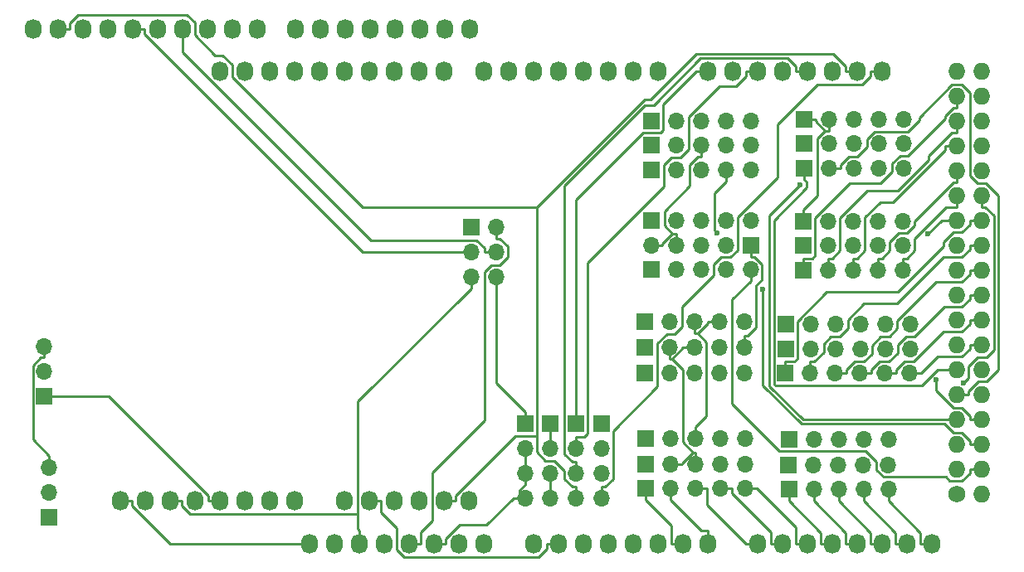
<source format=gbr>
G04 #@! TF.FileFunction,Copper,L2,Bot,Signal*
%FSLAX46Y46*%
G04 Gerber Fmt 4.6, Leading zero omitted, Abs format (unit mm)*
G04 Created by KiCad (PCBNEW 4.0.6) date 06/14/17 17:04:03*
%MOMM*%
%LPD*%
G01*
G04 APERTURE LIST*
%ADD10C,0.100000*%
%ADD11C,1.727200*%
%ADD12O,1.727200X1.727200*%
%ADD13O,1.727200X2.032000*%
%ADD14R,1.700000X1.700000*%
%ADD15O,1.700000X1.700000*%
%ADD16C,0.600000*%
%ADD17C,0.250000*%
G04 APERTURE END LIST*
D10*
D11*
X197358000Y-114046000D03*
D12*
X199898000Y-114046000D03*
X197358000Y-111506000D03*
X199898000Y-111506000D03*
X197358000Y-108966000D03*
X199898000Y-108966000D03*
X197358000Y-106426000D03*
X199898000Y-106426000D03*
X197358000Y-103886000D03*
X199898000Y-103886000D03*
X197358000Y-101346000D03*
X199898000Y-101346000D03*
X197358000Y-98806000D03*
X199898000Y-98806000D03*
X197358000Y-96266000D03*
X199898000Y-96266000D03*
X197358000Y-93726000D03*
X199898000Y-93726000D03*
X197358000Y-91186000D03*
X199898000Y-91186000D03*
X197358000Y-88646000D03*
X199898000Y-88646000D03*
X197358000Y-86106000D03*
X199898000Y-86106000D03*
X197358000Y-83566000D03*
X199898000Y-83566000D03*
X197358000Y-81026000D03*
X199898000Y-81026000D03*
X197358000Y-78486000D03*
X199898000Y-78486000D03*
X197358000Y-75946000D03*
X199898000Y-75946000D03*
X197358000Y-73406000D03*
X199898000Y-73406000D03*
X197358000Y-70866000D03*
X199898000Y-70866000D03*
D13*
X131318000Y-119126000D03*
X133858000Y-119126000D03*
X136398000Y-119126000D03*
X138938000Y-119126000D03*
X141478000Y-119126000D03*
X144018000Y-119126000D03*
X146558000Y-119126000D03*
X149098000Y-119126000D03*
X154178000Y-119126000D03*
X156718000Y-119126000D03*
X159258000Y-119126000D03*
X161798000Y-119126000D03*
X164338000Y-119126000D03*
X166878000Y-119126000D03*
X169418000Y-119126000D03*
X171958000Y-119126000D03*
X177038000Y-119126000D03*
X179578000Y-119126000D03*
X182118000Y-119126000D03*
X184658000Y-119126000D03*
X187198000Y-119126000D03*
X189738000Y-119126000D03*
X192278000Y-119126000D03*
X194818000Y-119126000D03*
X122174000Y-70866000D03*
X124714000Y-70866000D03*
X127254000Y-70866000D03*
X129794000Y-70866000D03*
X132334000Y-70866000D03*
X134874000Y-70866000D03*
X137414000Y-70866000D03*
X139954000Y-70866000D03*
X142494000Y-70866000D03*
X145034000Y-70866000D03*
X149098000Y-70866000D03*
X151638000Y-70866000D03*
X154178000Y-70866000D03*
X156718000Y-70866000D03*
X159258000Y-70866000D03*
X161798000Y-70866000D03*
X164338000Y-70866000D03*
X166878000Y-70866000D03*
X171958000Y-70866000D03*
X174498000Y-70866000D03*
X177038000Y-70866000D03*
X179578000Y-70866000D03*
X182118000Y-70866000D03*
X184658000Y-70866000D03*
X187198000Y-70866000D03*
X189738000Y-70866000D03*
X112020000Y-114700000D03*
X114560000Y-114700000D03*
X117100000Y-114700000D03*
X119640000Y-114700000D03*
X122180000Y-114700000D03*
X124720000Y-114700000D03*
X127260000Y-114700000D03*
X129800000Y-114700000D03*
X134900000Y-114700000D03*
X137440000Y-114700000D03*
X139980000Y-114700000D03*
X142520000Y-114700000D03*
X145060000Y-114700000D03*
X147600000Y-114700000D03*
X103080000Y-66500000D03*
X105620000Y-66500000D03*
X108160000Y-66500000D03*
X110700000Y-66500000D03*
X113240000Y-66500000D03*
X115780000Y-66500000D03*
X118320000Y-66500000D03*
X120860000Y-66500000D03*
X123400000Y-66500000D03*
X125940000Y-66500000D03*
X129860000Y-66500000D03*
X132400000Y-66500000D03*
X134940000Y-66500000D03*
X137480000Y-66500000D03*
X140020000Y-66500000D03*
X142560000Y-66500000D03*
X145100000Y-66500000D03*
X147640000Y-66500000D03*
D14*
X165610000Y-113450000D03*
D15*
X168150000Y-113450000D03*
X170690000Y-113450000D03*
X173230000Y-113450000D03*
X175770000Y-113450000D03*
D14*
X180210000Y-113550000D03*
D15*
X182750000Y-113550000D03*
X185290000Y-113550000D03*
X187830000Y-113550000D03*
X190370000Y-113550000D03*
D14*
X165480000Y-101650000D03*
D15*
X168020000Y-101650000D03*
X170560000Y-101650000D03*
X173100000Y-101650000D03*
X175640000Y-101650000D03*
D14*
X179860000Y-101700000D03*
D15*
X182400000Y-101700000D03*
X184940000Y-101700000D03*
X187480000Y-101700000D03*
X190020000Y-101700000D03*
X192560000Y-101700000D03*
D14*
X166150000Y-91100000D03*
D15*
X168690000Y-91100000D03*
X171230000Y-91100000D03*
X173770000Y-91100000D03*
X176310000Y-91100000D03*
D14*
X181720000Y-91150000D03*
D15*
X184260000Y-91150000D03*
X186800000Y-91150000D03*
X189340000Y-91150000D03*
X191880000Y-91150000D03*
D14*
X166200000Y-80900000D03*
D15*
X168740000Y-80900000D03*
X171280000Y-80900000D03*
X173820000Y-80900000D03*
X176360000Y-80900000D03*
D14*
X181810000Y-80750000D03*
D15*
X184350000Y-80750000D03*
X186890000Y-80750000D03*
X189430000Y-80750000D03*
X191970000Y-80750000D03*
D14*
X165590000Y-110950000D03*
D15*
X168130000Y-110950000D03*
X170670000Y-110950000D03*
X173210000Y-110950000D03*
X175750000Y-110950000D03*
D14*
X180190000Y-111050000D03*
D15*
X182730000Y-111050000D03*
X185270000Y-111050000D03*
X187810000Y-111050000D03*
X190350000Y-111050000D03*
D14*
X165520000Y-99050000D03*
D15*
X168060000Y-99050000D03*
X170600000Y-99050000D03*
X173140000Y-99050000D03*
X175680000Y-99050000D03*
D14*
X179880000Y-99200000D03*
D15*
X182420000Y-99200000D03*
X184960000Y-99200000D03*
X187500000Y-99200000D03*
X190040000Y-99200000D03*
X192580000Y-99200000D03*
D14*
X176310000Y-88600000D03*
D15*
X173770000Y-88600000D03*
X171230000Y-88600000D03*
X168690000Y-88600000D03*
X166150000Y-88600000D03*
D14*
X181700000Y-88650000D03*
D15*
X184240000Y-88650000D03*
X186780000Y-88650000D03*
X189320000Y-88650000D03*
X191860000Y-88650000D03*
D14*
X181750000Y-78250000D03*
D15*
X184290000Y-78250000D03*
X186830000Y-78250000D03*
X189370000Y-78250000D03*
X191910000Y-78250000D03*
D14*
X166200000Y-78400000D03*
D15*
X168740000Y-78400000D03*
X171280000Y-78400000D03*
X173820000Y-78400000D03*
X176360000Y-78400000D03*
D14*
X165610000Y-108350000D03*
D15*
X168150000Y-108350000D03*
X170690000Y-108350000D03*
X173230000Y-108350000D03*
X175770000Y-108350000D03*
D14*
X180250000Y-108450000D03*
D15*
X182790000Y-108450000D03*
X185330000Y-108450000D03*
X187870000Y-108450000D03*
X190410000Y-108450000D03*
D14*
X165520000Y-96450000D03*
D15*
X168060000Y-96450000D03*
X170600000Y-96450000D03*
X173140000Y-96450000D03*
X175680000Y-96450000D03*
D14*
X179880000Y-96700000D03*
D15*
X182420000Y-96700000D03*
X184960000Y-96700000D03*
X187500000Y-96700000D03*
X190040000Y-96700000D03*
X192580000Y-96700000D03*
D14*
X166150000Y-86100000D03*
D15*
X168690000Y-86100000D03*
X171230000Y-86100000D03*
X173770000Y-86100000D03*
X176310000Y-86100000D03*
D14*
X181700000Y-86150000D03*
D15*
X184240000Y-86150000D03*
X186780000Y-86150000D03*
X189320000Y-86150000D03*
X191860000Y-86150000D03*
D14*
X181750000Y-75750000D03*
D15*
X184290000Y-75750000D03*
X186830000Y-75750000D03*
X189370000Y-75750000D03*
X191910000Y-75750000D03*
D14*
X166200000Y-75900000D03*
D15*
X168740000Y-75900000D03*
X171280000Y-75900000D03*
X173820000Y-75900000D03*
X176360000Y-75900000D03*
D14*
X104250000Y-104000000D03*
D15*
X104250000Y-101460000D03*
X104250000Y-98920000D03*
D14*
X104750000Y-116400000D03*
D15*
X104750000Y-113860000D03*
X104750000Y-111320000D03*
D14*
X147810000Y-86750000D03*
D15*
X150350000Y-86750000D03*
X147810000Y-89290000D03*
X150350000Y-89290000D03*
X147810000Y-91830000D03*
X150350000Y-91830000D03*
D14*
X153284000Y-106804000D03*
D15*
X153284000Y-109344000D03*
X153284000Y-111884000D03*
X153284000Y-114424000D03*
D14*
X155884000Y-106844000D03*
D15*
X155884000Y-109384000D03*
X155884000Y-111924000D03*
X155884000Y-114464000D03*
D14*
X158484000Y-106864000D03*
D15*
X158484000Y-109404000D03*
X158484000Y-111944000D03*
X158484000Y-114484000D03*
D14*
X161084000Y-106844000D03*
D15*
X161084000Y-109384000D03*
X161084000Y-111924000D03*
X161084000Y-114464000D03*
D16*
X194426800Y-87464300D03*
X195267800Y-102334400D03*
X177520100Y-93132900D03*
X198067000Y-102666000D03*
X172913800Y-87400000D03*
X181377000Y-82474100D03*
D17*
X153284000Y-111884000D02*
X153284000Y-109344000D01*
X170600000Y-96450000D02*
X170600000Y-97625300D01*
X170690000Y-108350000D02*
X170690000Y-107174700D01*
X144018000Y-119126000D02*
X145206900Y-119126000D01*
X145206900Y-118605900D02*
X145206900Y-119126000D01*
X146634500Y-117178300D02*
X145206900Y-118605900D01*
X149354400Y-117178300D02*
X146634500Y-117178300D01*
X152108700Y-114424000D02*
X149354400Y-117178300D01*
X153284000Y-114424000D02*
X152696400Y-114424000D01*
X152696400Y-114424000D02*
X152108700Y-114424000D01*
X152696400Y-113646900D02*
X153284000Y-113059300D01*
X152696400Y-114424000D02*
X152696400Y-113646900D01*
X153284000Y-111884000D02*
X153284000Y-113059300D01*
X173140000Y-96450000D02*
X171964700Y-96450000D01*
X171964700Y-96554400D02*
X171964700Y-96450000D01*
X170893800Y-97625300D02*
X171964700Y-96554400D01*
X170600000Y-97625300D02*
X170893800Y-97625300D01*
X171794600Y-106070100D02*
X170690000Y-107174700D01*
X171794600Y-98526100D02*
X171794600Y-106070100D01*
X170893800Y-97625300D02*
X171794600Y-98526100D01*
X181700000Y-86150000D02*
X181700000Y-84974700D01*
X184290000Y-75750000D02*
X184290000Y-76925300D01*
X181750000Y-75750000D02*
X182925300Y-75750000D01*
X182925300Y-75928000D02*
X182925300Y-75750000D01*
X183922600Y-76925300D02*
X182925300Y-75928000D01*
X183114700Y-77733200D02*
X183922600Y-76925300D01*
X183114700Y-83560000D02*
X183114700Y-77733200D01*
X181700000Y-84974700D02*
X183114700Y-83560000D01*
X183922600Y-76925300D02*
X184290000Y-76925300D01*
X150350000Y-102694700D02*
X150350000Y-91830000D01*
X153284000Y-105628700D02*
X150350000Y-102694700D01*
X153284000Y-106804000D02*
X153284000Y-105628700D01*
X196243400Y-84754900D02*
X197358000Y-84754900D01*
X193055300Y-87943000D02*
X196243400Y-84754900D01*
X193055300Y-89166800D02*
X193055300Y-87943000D01*
X192247400Y-89974700D02*
X193055300Y-89166800D01*
X191880000Y-89974700D02*
X192247400Y-89974700D01*
X191880000Y-91150000D02*
X191880000Y-89974700D01*
X197358000Y-83566000D02*
X197358000Y-84754900D01*
X197358000Y-86106000D02*
X196169100Y-86106000D01*
X195785100Y-86106000D02*
X194426800Y-87464300D01*
X196169100Y-86106000D02*
X195785100Y-86106000D01*
X196169100Y-78857500D02*
X196169100Y-78486000D01*
X190788300Y-84238300D02*
X196169100Y-78857500D01*
X189520800Y-84238300D02*
X190788300Y-84238300D01*
X187975300Y-85783800D02*
X189520800Y-84238300D01*
X187975300Y-89166800D02*
X187975300Y-85783800D01*
X187167400Y-89974700D02*
X187975300Y-89166800D01*
X186800000Y-89974700D02*
X187167400Y-89974700D01*
X186800000Y-91150000D02*
X186800000Y-89974700D01*
X197358000Y-78486000D02*
X196169100Y-78486000D01*
X189340000Y-91150000D02*
X189340000Y-89974700D01*
X197358000Y-81026000D02*
X197358000Y-82214900D01*
X189707400Y-89974700D02*
X189340000Y-89974700D01*
X190515300Y-89166800D02*
X189707400Y-89974700D01*
X190515300Y-88319200D02*
X190515300Y-89166800D01*
X191458500Y-87376000D02*
X190515300Y-88319200D01*
X192309400Y-87376000D02*
X191458500Y-87376000D01*
X193060600Y-86624800D02*
X192309400Y-87376000D01*
X193060600Y-86140700D02*
X193060600Y-86624800D01*
X196986400Y-82214900D02*
X193060600Y-86140700D01*
X197358000Y-82214900D02*
X196986400Y-82214900D01*
X196843000Y-77134900D02*
X197358000Y-77134900D01*
X194497900Y-79480000D02*
X196843000Y-77134900D01*
X194497900Y-79884400D02*
X194497900Y-79480000D01*
X191366400Y-83015900D02*
X194497900Y-79884400D01*
X188243700Y-83015900D02*
X191366400Y-83015900D01*
X185435300Y-85824300D02*
X188243700Y-83015900D01*
X185435300Y-89166800D02*
X185435300Y-85824300D01*
X184627400Y-89974700D02*
X185435300Y-89166800D01*
X184260000Y-89974700D02*
X184627400Y-89974700D01*
X184260000Y-91150000D02*
X184260000Y-89974700D01*
X197358000Y-75946000D02*
X197358000Y-77134900D01*
X198709100Y-111877600D02*
X198709100Y-111506000D01*
X197891800Y-112694900D02*
X198709100Y-111877600D01*
X196619500Y-112694900D02*
X197891800Y-112694900D01*
X196214600Y-112290000D02*
X196619500Y-112694900D01*
X189907800Y-112290000D02*
X196214600Y-112290000D01*
X189154600Y-111536800D02*
X189907800Y-112290000D01*
X189154600Y-110730400D02*
X189154600Y-111536800D01*
X188049600Y-109625400D02*
X189154600Y-110730400D01*
X179260600Y-109625400D02*
X188049600Y-109625400D01*
X174430600Y-104795400D02*
X179260600Y-109625400D01*
X174430600Y-94154700D02*
X174430600Y-104795400D01*
X176310000Y-92275300D02*
X174430600Y-94154700D01*
X176310000Y-91100000D02*
X176310000Y-92275300D01*
X199898000Y-111506000D02*
X198709100Y-111506000D01*
X196987800Y-74594900D02*
X197358000Y-74594900D01*
X196169100Y-75413600D02*
X196987800Y-74594900D01*
X196169100Y-75686600D02*
X196169100Y-75413600D01*
X192385700Y-79470000D02*
X196169100Y-75686600D01*
X191550300Y-79470000D02*
X192385700Y-79470000D01*
X190774600Y-80245700D02*
X191550300Y-79470000D01*
X190774600Y-81079100D02*
X190774600Y-80245700D01*
X189543600Y-82310100D02*
X190774600Y-81079100D01*
X186411700Y-82310100D02*
X189543600Y-82310100D01*
X182875400Y-85846400D02*
X186411700Y-82310100D01*
X182875400Y-89685900D02*
X182875400Y-85846400D01*
X182586600Y-89974700D02*
X182875400Y-89685900D01*
X181720000Y-89974700D02*
X182586600Y-89974700D01*
X181720000Y-91150000D02*
X181720000Y-89974700D01*
X197358000Y-73406000D02*
X197358000Y-74594900D01*
X198709100Y-106054400D02*
X198709100Y-106426000D01*
X197891800Y-105237100D02*
X198709100Y-106054400D01*
X197019000Y-105237100D02*
X197891800Y-105237100D01*
X195267800Y-103485900D02*
X197019000Y-105237100D01*
X195267800Y-102334400D02*
X195267800Y-103485900D01*
X199898000Y-106426000D02*
X198709100Y-106426000D01*
X199898000Y-108966000D02*
X198709100Y-108966000D01*
X198709100Y-108594400D02*
X198709100Y-108966000D01*
X197891800Y-107777100D02*
X198709100Y-108594400D01*
X196978400Y-107777100D02*
X197891800Y-107777100D01*
X196077700Y-106876400D02*
X196978400Y-107777100D01*
X181487000Y-106876400D02*
X196077700Y-106876400D01*
X177520100Y-102909500D02*
X181487000Y-106876400D01*
X177520100Y-93132900D02*
X177520100Y-102909500D01*
X142666900Y-117937100D02*
X142666900Y-119126000D01*
X143871000Y-116733000D02*
X142666900Y-117937100D01*
X143871000Y-111840500D02*
X143871000Y-116733000D01*
X149174600Y-106536900D02*
X143871000Y-111840500D01*
X149174600Y-91340600D02*
X149174600Y-106536900D01*
X149860600Y-90654600D02*
X149174600Y-91340600D01*
X150662900Y-90654600D02*
X149860600Y-90654600D01*
X151530700Y-89786800D02*
X150662900Y-90654600D01*
X151530700Y-88738700D02*
X151530700Y-89786800D01*
X150717300Y-87925300D02*
X151530700Y-88738700D01*
X150350000Y-87925300D02*
X150717300Y-87925300D01*
X150350000Y-86750000D02*
X150350000Y-87925300D01*
X141478000Y-119126000D02*
X142666900Y-119126000D01*
X110811200Y-104000000D02*
X104250000Y-104000000D01*
X120991100Y-114179900D02*
X110811200Y-104000000D01*
X120991100Y-114700000D02*
X120991100Y-114179900D01*
X122180000Y-114700000D02*
X120991100Y-114700000D01*
X147810000Y-91830000D02*
X147810000Y-93005300D01*
X136398000Y-119126000D02*
X136398000Y-117784700D01*
X119110200Y-116041400D02*
X136227000Y-116041400D01*
X118288900Y-115220100D02*
X119110200Y-116041400D01*
X118288900Y-114700000D02*
X118288900Y-115220100D01*
X136227000Y-104588300D02*
X136227000Y-116041400D01*
X147810000Y-93005300D02*
X136227000Y-104588300D01*
X136227000Y-117613700D02*
X136398000Y-117784700D01*
X136227000Y-116041400D02*
X136227000Y-117613700D01*
X117100000Y-114700000D02*
X118288900Y-114700000D01*
X155529100Y-119646100D02*
X155529100Y-119126000D01*
X154701900Y-120473300D02*
X155529100Y-119646100D01*
X140963700Y-120473300D02*
X154701900Y-120473300D01*
X140208000Y-119717600D02*
X140963700Y-120473300D01*
X140208000Y-117468000D02*
X140208000Y-119717600D01*
X138628900Y-115888900D02*
X140208000Y-117468000D01*
X138628900Y-114700000D02*
X138628900Y-115888900D01*
X137440000Y-114700000D02*
X138628900Y-114700000D01*
X156718000Y-119126000D02*
X155529100Y-119126000D01*
X168229100Y-117244400D02*
X168229100Y-119126000D01*
X165610000Y-114625300D02*
X168229100Y-117244400D01*
X169418000Y-119126000D02*
X168229100Y-119126000D01*
X165610000Y-113450000D02*
X165610000Y-114625300D01*
X171309400Y-117784700D02*
X171958000Y-117784700D01*
X168150000Y-114625300D02*
X171309400Y-117784700D01*
X168150000Y-113450000D02*
X168150000Y-114625300D01*
X171958000Y-119126000D02*
X171958000Y-117784700D01*
X171865300Y-115142200D02*
X175849100Y-119126000D01*
X171865300Y-113450000D02*
X171865300Y-115142200D01*
X170690000Y-113450000D02*
X171865300Y-113450000D01*
X177038000Y-119126000D02*
X175849100Y-119126000D01*
X178389100Y-117937100D02*
X178389100Y-119126000D01*
X174405300Y-113953300D02*
X178389100Y-117937100D01*
X174405300Y-113450000D02*
X174405300Y-113953300D01*
X173230000Y-113450000D02*
X174405300Y-113450000D01*
X179578000Y-119126000D02*
X178389100Y-119126000D01*
X180929100Y-117433800D02*
X180929100Y-119126000D01*
X176945300Y-113450000D02*
X180929100Y-117433800D01*
X175770000Y-113450000D02*
X176945300Y-113450000D01*
X182118000Y-119126000D02*
X180929100Y-119126000D01*
X183469100Y-117984400D02*
X183469100Y-119126000D01*
X180210000Y-114725300D02*
X183469100Y-117984400D01*
X180210000Y-113550000D02*
X180210000Y-114725300D01*
X184658000Y-119126000D02*
X183469100Y-119126000D01*
X186009100Y-117984400D02*
X186009100Y-119126000D01*
X182750000Y-114725300D02*
X186009100Y-117984400D01*
X182750000Y-113550000D02*
X182750000Y-114725300D01*
X187198000Y-119126000D02*
X186009100Y-119126000D01*
X188549100Y-117984400D02*
X188549100Y-119126000D01*
X185290000Y-114725300D02*
X188549100Y-117984400D01*
X185290000Y-113550000D02*
X185290000Y-114725300D01*
X189738000Y-119126000D02*
X188549100Y-119126000D01*
X191089100Y-117984400D02*
X191089100Y-119126000D01*
X187830000Y-114725300D02*
X191089100Y-117984400D01*
X187830000Y-113550000D02*
X187830000Y-114725300D01*
X192278000Y-119126000D02*
X191089100Y-119126000D01*
X193629100Y-117984400D02*
X193629100Y-119126000D01*
X190370000Y-114725300D02*
X193629100Y-117984400D01*
X190370000Y-113550000D02*
X190370000Y-114725300D01*
X194818000Y-119126000D02*
X193629100Y-119126000D01*
X117114800Y-119126000D02*
X131318000Y-119126000D01*
X113208900Y-115220100D02*
X117114800Y-119126000D01*
X113208900Y-114700000D02*
X113208900Y-115220100D01*
X112020000Y-114700000D02*
X113208900Y-114700000D01*
X187198000Y-70866000D02*
X186009100Y-70866000D01*
X105620000Y-66500000D02*
X106808900Y-66500000D01*
X158484000Y-114484000D02*
X158484000Y-113308700D01*
X145060000Y-114700000D02*
X146248900Y-114700000D01*
X146248900Y-114179900D02*
X146248900Y-114700000D01*
X152302700Y-108126100D02*
X146248900Y-114179900D01*
X154483600Y-108126100D02*
X152302700Y-108126100D01*
X154483600Y-109742300D02*
X154483600Y-108126100D01*
X155395300Y-110654000D02*
X154483600Y-109742300D01*
X156278200Y-110654000D02*
X155395300Y-110654000D01*
X157308700Y-111684500D02*
X156278200Y-110654000D01*
X157308700Y-112500800D02*
X157308700Y-111684500D01*
X158116600Y-113308700D02*
X157308700Y-112500800D01*
X158484000Y-113308700D02*
X158116600Y-113308700D01*
X106808900Y-65979900D02*
X106808900Y-66500000D01*
X107687600Y-65101200D02*
X106808900Y-65979900D01*
X118798900Y-65101200D02*
X107687600Y-65101200D01*
X119590000Y-65892300D02*
X118798900Y-65101200D01*
X119590000Y-67132600D02*
X119590000Y-65892300D01*
X121662900Y-69205500D02*
X119590000Y-67132600D01*
X122442200Y-69205500D02*
X121662900Y-69205500D01*
X123444000Y-70207300D02*
X122442200Y-69205500D01*
X123444000Y-71457400D02*
X123444000Y-70207300D01*
X136733800Y-84747200D02*
X123444000Y-71457400D01*
X154483600Y-84747200D02*
X136733800Y-84747200D01*
X154483600Y-84747200D02*
X154483600Y-108126100D01*
X165500700Y-73730100D02*
X154483600Y-84747200D01*
X166137600Y-73730100D02*
X165500700Y-73730100D01*
X170793400Y-69074300D02*
X166137600Y-73730100D01*
X184737500Y-69074300D02*
X170793400Y-69074300D01*
X186009100Y-70345900D02*
X184737500Y-69074300D01*
X186009100Y-70866000D02*
X186009100Y-70345900D01*
X188549100Y-71386100D02*
X188549100Y-70866000D01*
X187708400Y-72226800D02*
X188549100Y-71386100D01*
X183106700Y-72226800D02*
X187708400Y-72226800D01*
X179046300Y-76287200D02*
X183106700Y-72226800D01*
X179046300Y-81681300D02*
X179046300Y-76287200D01*
X174973600Y-85754000D02*
X179046300Y-81681300D01*
X174973600Y-89115700D02*
X174973600Y-85754000D01*
X174239300Y-89850000D02*
X174973600Y-89115700D01*
X173331500Y-89850000D02*
X174239300Y-89850000D01*
X172574600Y-90606900D02*
X173331500Y-89850000D01*
X172574600Y-91655600D02*
X172574600Y-90606900D01*
X169330000Y-94900200D02*
X172574600Y-91655600D01*
X169330000Y-96896000D02*
X169330000Y-94900200D01*
X168570600Y-97655400D02*
X169330000Y-96896000D01*
X167784200Y-97655400D02*
X168570600Y-97655400D01*
X166820000Y-98619600D02*
X167784200Y-97655400D01*
X166820000Y-102993900D02*
X166820000Y-98619600D01*
X162259300Y-107554600D02*
X166820000Y-102993900D01*
X162259300Y-112480800D02*
X162259300Y-107554600D01*
X161451400Y-113288700D02*
X162259300Y-112480800D01*
X161084000Y-113288700D02*
X161451400Y-113288700D01*
X161084000Y-114464000D02*
X161084000Y-113288700D01*
X189738000Y-70866000D02*
X188549100Y-70866000D01*
X114428900Y-67020100D02*
X114428900Y-66500000D01*
X136698800Y-89290000D02*
X114428900Y-67020100D01*
X147810000Y-89290000D02*
X136698800Y-89290000D01*
X113240000Y-66500000D02*
X114428900Y-66500000D01*
X118320000Y-68878600D02*
X118320000Y-66500000D01*
X137556100Y-88114700D02*
X118320000Y-68878600D01*
X148366800Y-88114700D02*
X137556100Y-88114700D01*
X149174700Y-88922600D02*
X148366800Y-88114700D01*
X149174700Y-89290000D02*
X149174700Y-88922600D01*
X150350000Y-89290000D02*
X149174700Y-89290000D01*
X198547000Y-102186000D02*
X198067000Y-102666000D01*
X198547000Y-101014600D02*
X198547000Y-102186000D01*
X199485600Y-100076000D02*
X198547000Y-101014600D01*
X200386400Y-100076000D02*
X199485600Y-100076000D01*
X201134700Y-99327700D02*
X200386400Y-100076000D01*
X201134700Y-85620100D02*
X201134700Y-99327700D01*
X200269500Y-84754900D02*
X201134700Y-85620100D01*
X199898000Y-84754900D02*
X200269500Y-84754900D01*
X199898000Y-83566000D02*
X199898000Y-84754900D01*
X198709100Y-86477600D02*
X198709100Y-86106000D01*
X197891800Y-87294900D02*
X198709100Y-86477600D01*
X197020200Y-87294900D02*
X197891800Y-87294900D01*
X196001100Y-88314000D02*
X197020200Y-87294900D01*
X196001100Y-88740500D02*
X196001100Y-88314000D01*
X191345100Y-93396500D02*
X196001100Y-88740500D01*
X184047800Y-93396500D02*
X191345100Y-93396500D01*
X181055400Y-96388900D02*
X184047800Y-93396500D01*
X181055400Y-100210800D02*
X181055400Y-96388900D01*
X180741500Y-100524700D02*
X181055400Y-100210800D01*
X179860000Y-100524700D02*
X180741500Y-100524700D01*
X179860000Y-101700000D02*
X179860000Y-100524700D01*
X199898000Y-86106000D02*
X198709100Y-86106000D01*
X198709100Y-89017600D02*
X198709100Y-88646000D01*
X197891800Y-89834900D02*
X198709100Y-89017600D01*
X195980500Y-89834900D02*
X197891800Y-89834900D01*
X191216000Y-94599400D02*
X195980500Y-89834900D01*
X187893100Y-94599400D02*
X191216000Y-94599400D01*
X186230000Y-96262500D02*
X187893100Y-94599400D01*
X186230000Y-97120900D02*
X186230000Y-96262500D01*
X185400900Y-97950000D02*
X186230000Y-97120900D01*
X184521500Y-97950000D02*
X185400900Y-97950000D01*
X183764600Y-98706900D02*
X184521500Y-97950000D01*
X183764600Y-99527400D02*
X183764600Y-98706900D01*
X182767300Y-100524700D02*
X183764600Y-99527400D01*
X182400000Y-100524700D02*
X182767300Y-100524700D01*
X182400000Y-101700000D02*
X182400000Y-100524700D01*
X199898000Y-88646000D02*
X198709100Y-88646000D01*
X198709100Y-94097600D02*
X198709100Y-93726000D01*
X197891800Y-94914900D02*
X198709100Y-94097600D01*
X196078700Y-94914900D02*
X197891800Y-94914900D01*
X193043600Y-97950000D02*
X196078700Y-94914900D01*
X192153400Y-97950000D02*
X193043600Y-97950000D01*
X191333700Y-98769700D02*
X192153400Y-97950000D01*
X191333700Y-99602200D02*
X191333700Y-98769700D01*
X190411200Y-100524700D02*
X191333700Y-99602200D01*
X189463200Y-100524700D02*
X190411200Y-100524700D01*
X188655300Y-101332600D02*
X189463200Y-100524700D01*
X188655300Y-101700000D02*
X188655300Y-101332600D01*
X187480000Y-101700000D02*
X188655300Y-101700000D01*
X199898000Y-93726000D02*
X198709100Y-93726000D01*
X198709100Y-96637600D02*
X198709100Y-96266000D01*
X197891800Y-97454900D02*
X198709100Y-96637600D01*
X196036100Y-97454900D02*
X197891800Y-97454900D01*
X192966300Y-100524700D02*
X196036100Y-97454900D01*
X192003200Y-100524700D02*
X192966300Y-100524700D01*
X191195300Y-101332600D02*
X192003200Y-100524700D01*
X191195300Y-101700000D02*
X191195300Y-101332600D01*
X190020000Y-101700000D02*
X191195300Y-101700000D01*
X199898000Y-96266000D02*
X198709100Y-96266000D01*
X198709100Y-99177600D02*
X198709100Y-98806000D01*
X197891800Y-99994900D02*
X198709100Y-99177600D01*
X195440400Y-99994900D02*
X197891800Y-99994900D01*
X193735300Y-101700000D02*
X195440400Y-99994900D01*
X192560000Y-101700000D02*
X193735300Y-101700000D01*
X199898000Y-98806000D02*
X198709100Y-98806000D01*
X172594600Y-87080800D02*
X172913800Y-87400000D01*
X172594600Y-83300700D02*
X172594600Y-87080800D01*
X173820000Y-82075300D02*
X172594600Y-83300700D01*
X173820000Y-80900000D02*
X173820000Y-82075300D01*
X181810000Y-80750000D02*
X181810000Y-81925300D01*
X197358000Y-101346000D02*
X196169100Y-101346000D01*
X182002300Y-82117600D02*
X181810000Y-81925300D01*
X182002300Y-82733200D02*
X182002300Y-82117600D01*
X178684600Y-86050900D02*
X182002300Y-82733200D01*
X178684600Y-102751900D02*
X178684600Y-86050900D01*
X178842000Y-102909300D02*
X178684600Y-102751900D01*
X193808600Y-102909300D02*
X178842000Y-102909300D01*
X195371900Y-101346000D02*
X193808600Y-102909300D01*
X196169100Y-101346000D02*
X195371900Y-101346000D01*
X198546900Y-103507000D02*
X198546900Y-103886000D01*
X199518900Y-102535000D02*
X198546900Y-103507000D01*
X200417000Y-102535000D02*
X199518900Y-102535000D01*
X201585100Y-101366900D02*
X200417000Y-102535000D01*
X201585100Y-83566000D02*
X201585100Y-101366900D01*
X200315100Y-82296000D02*
X201585100Y-83566000D01*
X199464700Y-82296000D02*
X200315100Y-82296000D01*
X198709000Y-81540300D02*
X199464700Y-82296000D01*
X198709000Y-73071900D02*
X198709000Y-81540300D01*
X197854100Y-72217000D02*
X198709000Y-73071900D01*
X196858900Y-72217000D02*
X197854100Y-72217000D01*
X193497200Y-75578700D02*
X196858900Y-72217000D01*
X193497200Y-75839200D02*
X193497200Y-75578700D01*
X192336400Y-77000000D02*
X193497200Y-75839200D01*
X188931500Y-77000000D02*
X192336400Y-77000000D01*
X188174600Y-77756900D02*
X188931500Y-77000000D01*
X188174600Y-78581300D02*
X188174600Y-77756900D01*
X187181200Y-79574700D02*
X188174600Y-78581300D01*
X186333200Y-79574700D02*
X187181200Y-79574700D01*
X185525300Y-80382600D02*
X186333200Y-79574700D01*
X185525300Y-80750000D02*
X185525300Y-80382600D01*
X184350000Y-80750000D02*
X185525300Y-80750000D01*
X197358000Y-103886000D02*
X198546900Y-103886000D01*
X197358000Y-106426000D02*
X196169100Y-106426000D01*
X178234200Y-85616900D02*
X181377000Y-82474100D01*
X178234200Y-102986700D02*
X178234200Y-85616900D01*
X181673500Y-106426000D02*
X178234200Y-102986700D01*
X196169100Y-106426000D02*
X181673500Y-106426000D01*
X198709100Y-91557600D02*
X198709100Y-91186000D01*
X197891800Y-92374900D02*
X198709100Y-91557600D01*
X195232500Y-92374900D02*
X197891800Y-92374900D01*
X191278400Y-96329000D02*
X195232500Y-92374900D01*
X191278400Y-97134200D02*
X191278400Y-96329000D01*
X190462600Y-97950000D02*
X191278400Y-97134200D01*
X189599100Y-97950000D02*
X190462600Y-97950000D01*
X188706600Y-98842500D02*
X189599100Y-97950000D01*
X188706600Y-99704800D02*
X188706600Y-98842500D01*
X187886700Y-100524700D02*
X188706600Y-99704800D01*
X186923200Y-100524700D02*
X187886700Y-100524700D01*
X186115300Y-101332600D02*
X186923200Y-100524700D01*
X186115300Y-101700000D02*
X186115300Y-101332600D01*
X184940000Y-101700000D02*
X186115300Y-101700000D01*
X199898000Y-91186000D02*
X198709100Y-91186000D01*
X171958000Y-70866000D02*
X170769100Y-70866000D01*
X167375400Y-74259700D02*
X170769100Y-70866000D01*
X167375400Y-76898700D02*
X167375400Y-74259700D01*
X167144100Y-77130000D02*
X167375400Y-76898700D01*
X165309900Y-77130000D02*
X167144100Y-77130000D01*
X158484000Y-83955900D02*
X165309900Y-77130000D01*
X158484000Y-106864000D02*
X158484000Y-83955900D01*
X175849100Y-71386100D02*
X175849100Y-70866000D01*
X174842000Y-72393200D02*
X175849100Y-71386100D01*
X173121700Y-72393200D02*
X174842000Y-72393200D01*
X170010100Y-75504800D02*
X173121700Y-72393200D01*
X170010100Y-78828500D02*
X170010100Y-75504800D01*
X169188600Y-79650000D02*
X170010100Y-78828500D01*
X168254200Y-79650000D02*
X169188600Y-79650000D01*
X167450000Y-80454200D02*
X168254200Y-79650000D01*
X167450000Y-82638700D02*
X167450000Y-80454200D01*
X159659300Y-90429400D02*
X167450000Y-82638700D01*
X159659300Y-107861500D02*
X159659300Y-90429400D01*
X159292100Y-108228700D02*
X159659300Y-107861500D01*
X158484000Y-108228700D02*
X159292100Y-108228700D01*
X158484000Y-109404000D02*
X158484000Y-108228700D01*
X177038000Y-70866000D02*
X175849100Y-70866000D01*
X180929100Y-70345900D02*
X180929100Y-70866000D01*
X180107800Y-69524600D02*
X180929100Y-70345900D01*
X171222500Y-69524600D02*
X180107800Y-69524600D01*
X166407400Y-74339700D02*
X171222500Y-69524600D01*
X165528000Y-74339700D02*
X166407400Y-74339700D01*
X157305300Y-82562400D02*
X165528000Y-74339700D01*
X157305300Y-109957300D02*
X157305300Y-82562400D01*
X158116700Y-110768700D02*
X157305300Y-109957300D01*
X158484000Y-110768700D02*
X158116700Y-110768700D01*
X158484000Y-111944000D02*
X158484000Y-110768700D01*
X182118000Y-70866000D02*
X180929100Y-70866000D01*
X103882600Y-100095300D02*
X104250000Y-100095300D01*
X103074700Y-100903200D02*
X103882600Y-100095300D01*
X103074700Y-108469400D02*
X103074700Y-100903200D01*
X104750000Y-110144700D02*
X103074700Y-108469400D01*
X104750000Y-111320000D02*
X104750000Y-110144700D01*
X104250000Y-98920000D02*
X104250000Y-100095300D01*
X155884000Y-109384000D02*
X155884000Y-106844000D01*
X168690000Y-88600000D02*
X168690000Y-87424700D01*
X171280000Y-78400000D02*
X171280000Y-79575300D01*
X166150000Y-88600000D02*
X167325300Y-88600000D01*
X167325300Y-88422100D02*
X167325300Y-88600000D01*
X168322700Y-87424700D02*
X167325300Y-88422100D01*
X168690000Y-87424700D02*
X168322700Y-87424700D01*
X170912600Y-79575300D02*
X171280000Y-79575300D01*
X170104700Y-80383200D02*
X170912600Y-79575300D01*
X170104700Y-82550900D02*
X170104700Y-80383200D01*
X167511000Y-85144600D02*
X170104700Y-82550900D01*
X167511000Y-86613000D02*
X167511000Y-85144600D01*
X168322700Y-87424700D02*
X167511000Y-86613000D01*
X170670000Y-110950000D02*
X170670000Y-109774700D01*
X168060000Y-99050000D02*
X168060000Y-100225300D01*
X170600000Y-99050000D02*
X169424700Y-99050000D01*
X169424700Y-99081000D02*
X169424700Y-99050000D01*
X168280400Y-100225300D02*
X169424700Y-99081000D01*
X168280400Y-100225300D02*
X168060000Y-100225300D01*
X168130000Y-110950000D02*
X169305300Y-110950000D01*
X169305300Y-110919000D02*
X170449600Y-109774700D01*
X169305300Y-110950000D02*
X169305300Y-110919000D01*
X170670000Y-109774700D02*
X170449600Y-109774700D01*
X169384600Y-101329500D02*
X168280400Y-100225300D01*
X169384600Y-108709700D02*
X169384600Y-101329500D01*
X170449600Y-109774700D02*
X169384600Y-108709700D01*
X155884000Y-114464000D02*
X155884000Y-111924000D01*
X176677400Y-89775300D02*
X176310000Y-89775300D01*
X177485300Y-90583200D02*
X176677400Y-89775300D01*
X177485300Y-92125100D02*
X177485300Y-90583200D01*
X176855300Y-92755100D02*
X177485300Y-92125100D01*
X176855300Y-96993300D02*
X176855300Y-92755100D01*
X175973900Y-97874700D02*
X176855300Y-96993300D01*
X175680000Y-97874700D02*
X175973900Y-97874700D01*
X175680000Y-99050000D02*
X175680000Y-97874700D01*
X176310000Y-88600000D02*
X176310000Y-89775300D01*
M02*

</source>
